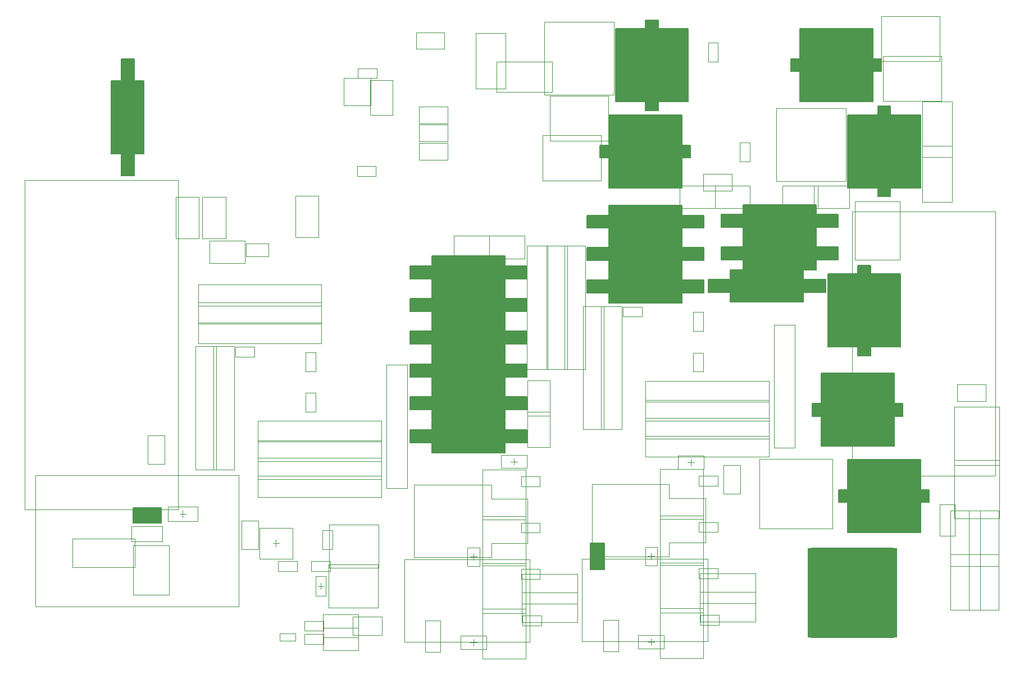
<source format=gbr>
%TF.GenerationSoftware,Altium Limited,Altium Designer,24.2.2 (26)*%
G04 Layer_Color=32768*
%FSLAX45Y45*%
%MOMM*%
%TF.SameCoordinates,B61E387C-C652-4A73-A4A4-6DD95E315EF5*%
%TF.FilePolarity,Positive*%
%TF.FileFunction,Other,Mechanical_15*%
%TF.Part,Single*%
G01*
G75*
%TA.AperFunction,NonConductor*%
%ADD119C,0.15240*%
%ADD122C,0.10000*%
%ADD190C,0.05000*%
G36*
X15529539Y11795250D02*
X15660350D01*
Y11604750D01*
X15529539D01*
Y11150090D01*
X14429720D01*
Y11604750D01*
X14298911D01*
Y11795250D01*
X14429720D01*
Y12249910D01*
X15529539D01*
Y11795250D01*
D02*
G37*
G36*
X12295250Y12249910D02*
X12749910D01*
Y11150090D01*
X12295250D01*
Y11019280D01*
X12104750D01*
Y11150090D01*
X11650090D01*
Y12249910D01*
X12104750D01*
Y12380720D01*
X12295250D01*
Y12249910D01*
D02*
G37*
G36*
X4396520Y11464910D02*
X4545110D01*
Y10365090D01*
X4396520D01*
Y10033480D01*
X4203480D01*
Y10365090D01*
X4054890D01*
Y11464910D01*
X4203480D01*
Y11796520D01*
X4396520D01*
Y11464910D01*
D02*
G37*
G36*
X12649910Y10495250D02*
X12780720D01*
Y10304750D01*
X12649910D01*
Y9850090D01*
X11550090D01*
Y10304750D01*
X11419280D01*
Y10495250D01*
X11550090D01*
Y10949910D01*
X12649910D01*
Y10495250D01*
D02*
G37*
G36*
X15795250Y10949910D02*
X16249910D01*
Y9850090D01*
X15795250D01*
Y9719280D01*
X15604750D01*
Y9850090D01*
X15150090D01*
Y10949910D01*
X15604750D01*
Y11080720D01*
X15795250D01*
Y10949910D01*
D02*
G37*
G36*
X14674910Y9446520D02*
X15006520D01*
Y9253480D01*
X14674910D01*
Y9104890D01*
Y8956520D01*
X15006520D01*
Y8763480D01*
X14674910D01*
Y8614890D01*
X14484911D01*
Y8466520D01*
X14816521D01*
Y8273480D01*
X14484911D01*
Y8124890D01*
X13385091D01*
Y8273480D01*
X13053481D01*
Y8466520D01*
X13385091D01*
Y8615110D01*
X13575090D01*
Y8763480D01*
X13243480D01*
Y8956520D01*
X13575090D01*
Y9104890D01*
Y9253480D01*
X13243480D01*
Y9446520D01*
X13575090D01*
Y9595110D01*
X14674910D01*
Y9446520D01*
D02*
G37*
G36*
X12654910Y9436520D02*
X12986520D01*
Y9243480D01*
X12654910D01*
Y9094890D01*
X12654910D01*
Y8946520D01*
X12986520D01*
Y8753480D01*
X12654910D01*
Y8604890D01*
Y8456520D01*
X12986520D01*
Y8263480D01*
X12654910D01*
Y8114890D01*
X11555090D01*
Y8263480D01*
X11223480D01*
Y8456520D01*
X11555090D01*
Y8604890D01*
Y8753480D01*
X11223480D01*
Y8946520D01*
X11555090D01*
Y9095110D01*
X11555090D01*
Y9243480D01*
X11223480D01*
Y9436520D01*
X11555090D01*
Y9585110D01*
X12654910D01*
Y9436520D01*
D02*
G37*
G36*
X9982931Y8670522D02*
X10314541D01*
Y8477482D01*
X9982931D01*
Y8328892D01*
X9982931D01*
Y8180522D01*
X10314541D01*
Y7987482D01*
X9982931D01*
Y7838892D01*
Y7690522D01*
X10314541D01*
Y7497482D01*
X9982931D01*
Y7348892D01*
X8883111D01*
Y7497482D01*
X8551501D01*
Y7690522D01*
X8883111D01*
Y7838892D01*
Y7987482D01*
X8551501D01*
Y8180522D01*
X8883111D01*
Y8329112D01*
X8883111D01*
Y8477482D01*
X8551501D01*
Y8670522D01*
X8883111D01*
Y8819112D01*
X9982931D01*
Y8670522D01*
D02*
G37*
G36*
X15495250Y8549910D02*
X15949910D01*
Y7450090D01*
X15495250D01*
Y7319280D01*
X15304750D01*
Y7450090D01*
X14850090D01*
Y8549910D01*
X15304750D01*
Y8680720D01*
X15495250D01*
Y8549910D01*
D02*
G37*
G36*
X9982931Y7190522D02*
X10314541D01*
Y6997482D01*
X9982931D01*
Y6848892D01*
Y6700522D01*
X10314541D01*
Y6507482D01*
X9982931D01*
Y6358892D01*
X8883111D01*
Y6507482D01*
X8551501D01*
Y6700522D01*
X8883111D01*
Y6848892D01*
Y6997482D01*
X8551501D01*
Y7190522D01*
X8883111D01*
Y7339112D01*
X9982931D01*
Y7190522D01*
D02*
G37*
G36*
X15849910Y6595250D02*
X15980721D01*
Y6404750D01*
X15849910D01*
Y5950090D01*
X14750090D01*
Y6404750D01*
X14619279D01*
Y6595250D01*
X14750090D01*
Y7049910D01*
X15849910D01*
Y6595250D01*
D02*
G37*
G36*
X9984910Y6196520D02*
X10316520D01*
Y6003480D01*
X9984910D01*
Y5854890D01*
X8885090D01*
Y6003480D01*
X8553480D01*
Y6196520D01*
X8885090D01*
Y6345110D01*
X9984910D01*
Y6196520D01*
D02*
G37*
G36*
X4807310Y4796970D02*
X4383130D01*
Y5023030D01*
X4807310D01*
Y4796970D01*
D02*
G37*
G36*
X16249910Y5295250D02*
X16380721D01*
Y5104750D01*
X16249910D01*
Y4650090D01*
X15150090D01*
Y5104750D01*
X15019279D01*
Y5295250D01*
X15150090D01*
Y5749910D01*
X16249910D01*
Y5295250D01*
D02*
G37*
G36*
X11485410Y4091880D02*
X11274590D01*
Y4488120D01*
X11485410D01*
Y4091880D01*
D02*
G37*
G36*
X15899640Y3063360D02*
X14548360D01*
Y4414640D01*
X15899640D01*
Y3063360D01*
D02*
G37*
D119*
X15150090Y5749910D02*
X16249910D01*
X15150090Y5295250D02*
Y5749910D01*
Y4650090D02*
Y5104750D01*
Y4650090D02*
X16249910D01*
Y5104750D01*
Y5295250D02*
Y5749910D01*
Y5295250D02*
X16380721D01*
X15019279D02*
X15150090D01*
X15019279Y5104750D02*
Y5295250D01*
Y5104750D02*
X15150090D01*
X16249910D02*
X16380721D01*
Y5295250D01*
X4396520Y11464910D02*
Y11796520D01*
Y11464910D02*
X4545110D01*
Y10365090D02*
Y11464910D01*
X4396520Y10365090D02*
X4545110D01*
X4396520Y10033480D02*
Y10365090D01*
X4203480Y11796520D02*
X4396520D01*
X4203480Y11464910D02*
Y11796520D01*
X4054890Y11464910D02*
X4203480D01*
X4054890Y10365090D02*
Y11464910D01*
Y10365090D02*
X4203480D01*
Y10033480D02*
Y10365090D01*
Y10033480D02*
X4396520D01*
X9984910Y6003480D02*
X10316520D01*
X9984910Y5854890D02*
Y6003480D01*
X8885090Y5854890D02*
X9984910D01*
X8885090D02*
Y6003480D01*
X8553480D02*
X8885090D01*
X10316520D02*
Y6196520D01*
X9984910D02*
X10316520D01*
X9984910D02*
Y6345110D01*
X8885090D02*
X9984910D01*
X8885090Y6196520D02*
Y6345110D01*
X8553480Y6196520D02*
X8885090D01*
X8553480Y6003480D02*
Y6196520D01*
X8551501Y7690522D02*
X8883111D01*
Y7839112D01*
X9982931D01*
Y7690522D02*
Y7839112D01*
Y7690522D02*
X10314541D01*
X8551501Y7497482D02*
Y7690522D01*
Y7497482D02*
X8883111D01*
Y7348892D02*
Y7497482D01*
Y7348892D02*
X9982931D01*
Y7497482D01*
X10314541D01*
Y7690522D01*
X8551501Y8180522D02*
X8883111D01*
Y8329112D01*
X9982931D01*
Y8180522D02*
Y8329112D01*
Y8180522D02*
X10314541D01*
X8551501Y7987482D02*
Y8180522D01*
Y7987482D02*
X8883111D01*
Y7838892D02*
Y7987482D01*
Y7838892D02*
X9982931D01*
Y7987482D01*
X10314541D01*
Y8180522D01*
X9982931Y6507482D02*
X10314541D01*
X9982931Y6358892D02*
Y6507482D01*
X8883111Y6358892D02*
X9982931D01*
X8883111D02*
Y6507482D01*
X8551501D02*
X8883111D01*
X10314541D02*
Y6700522D01*
X9982931D02*
X10314541D01*
X9982931D02*
Y6849112D01*
X8883111D02*
X9982931D01*
X8883111Y6700522D02*
Y6849112D01*
X8551501Y6700522D02*
X8883111D01*
X8551501Y6507482D02*
Y6700522D01*
X9982931Y6997482D02*
X10314541D01*
X9982931Y6848892D02*
Y6997482D01*
X8883111Y6848892D02*
X9982931D01*
X8883111D02*
Y6997482D01*
X8551501D02*
X8883111D01*
X10314541D02*
Y7190522D01*
X9982931D02*
X10314541D01*
X9982931D02*
Y7339112D01*
X8883111D02*
X9982931D01*
X8883111Y7190522D02*
Y7339112D01*
X8551501Y7190522D02*
X8883111D01*
X8551501Y6997482D02*
Y7190522D01*
X9982931Y8477482D02*
X10314541D01*
X9982931Y8328892D02*
Y8477482D01*
X8883111Y8328892D02*
X9982931D01*
X8883111D02*
Y8477482D01*
X8551501D02*
X8883111D01*
X10314541D02*
Y8670522D01*
X9982931D02*
X10314541D01*
X9982931D02*
Y8819112D01*
X8883111D02*
X9982931D01*
X8883111Y8670522D02*
Y8819112D01*
X8551501Y8670522D02*
X8883111D01*
X8551501Y8477482D02*
Y8670522D01*
X11274590Y4091880D02*
X11485410D01*
X11274590D02*
Y4488120D01*
X11485410D01*
Y4091880D02*
Y4488120D01*
X14601900Y3063360D02*
X15846100D01*
X14601900Y4414640D02*
X15846100D01*
X11223480Y8946520D02*
X11555090D01*
Y9095110D01*
X12654910D01*
Y8946520D02*
Y9095110D01*
Y8946520D02*
X12986520D01*
X11223480Y8753480D02*
Y8946520D01*
Y8753480D02*
X11555090D01*
Y8604890D02*
Y8753480D01*
Y8604890D02*
X12654910D01*
Y8753480D01*
X12986520D01*
Y8946520D01*
X14674910Y8763480D02*
X15006520D01*
X14674910Y8614890D02*
Y8763480D01*
X13575090Y8614890D02*
X14674910D01*
X13575090D02*
Y8763480D01*
X13243480D02*
X13575090D01*
X15006520D02*
Y8956520D01*
X14674910D02*
X15006520D01*
X14674910D02*
Y9105110D01*
X13575090D02*
X14674910D01*
X13575090Y8956520D02*
Y9105110D01*
X13243480Y8956520D02*
X13575090D01*
X13243480Y8763480D02*
Y8956520D01*
X12654910Y9243480D02*
X12986520D01*
X12654910Y9094890D02*
Y9243480D01*
X11555090Y9094890D02*
X12654910D01*
X11555090D02*
Y9243480D01*
X11223480D02*
X11555090D01*
X12986520D02*
Y9436520D01*
X12654910D02*
X12986520D01*
X12654910D02*
Y9585110D01*
X11555090D02*
X12654910D01*
X11555090Y9436520D02*
Y9585110D01*
X11223480Y9436520D02*
X11555090D01*
X11223480Y9243480D02*
Y9436520D01*
X14674910Y9253480D02*
X15006520D01*
X14674910Y9104890D02*
Y9253480D01*
X13575090Y9104890D02*
X14674910D01*
X13575090D02*
Y9253480D01*
X13243480D02*
X13575090D01*
X15006520D02*
Y9446520D01*
X14674910D02*
X15006520D01*
X14674910D02*
Y9595110D01*
X13575090D02*
X14674910D01*
X13575090Y9446520D02*
Y9595110D01*
X13243480Y9446520D02*
X13575090D01*
X13243480Y9253480D02*
Y9446520D01*
X11223480Y8456520D02*
X11555090D01*
Y8605110D01*
X12654910D01*
Y8456520D02*
Y8605110D01*
Y8456520D02*
X12986520D01*
X11223480Y8263480D02*
Y8456520D01*
Y8263480D02*
X11555090D01*
Y8114890D02*
Y8263480D01*
Y8114890D02*
X12654910D01*
Y8263480D01*
X12986520D01*
Y8456520D01*
X14484911Y8273480D02*
X14816521D01*
X14484911Y8124890D02*
Y8273480D01*
X13385091Y8124890D02*
X14484911D01*
X13385091D02*
Y8273480D01*
X13053481D02*
X13385091D01*
X14816521D02*
Y8466520D01*
X14484911D02*
X14816521D01*
X14484911D02*
Y8615110D01*
X13385091D02*
X14484911D01*
X13385091Y8466520D02*
Y8615110D01*
X13053481Y8466520D02*
X13385091D01*
X13053481Y8273480D02*
Y8466520D01*
X14750090Y7049910D02*
X15849910D01*
X14750090Y6595250D02*
Y7049910D01*
Y5950090D02*
Y6404750D01*
Y5950090D02*
X15849910D01*
Y6404750D01*
Y6595250D02*
Y7049910D01*
Y6595250D02*
X15980721D01*
X14619279D02*
X14750090D01*
X14619279Y6404750D02*
Y6595250D01*
Y6404750D02*
X14750090D01*
X15849910D02*
X15980721D01*
Y6595250D01*
X15949910Y7450090D02*
Y8549910D01*
X15495250D02*
X15949910D01*
X14850090D02*
X15304750D01*
X14850090Y7450090D02*
Y8549910D01*
Y7450090D02*
X15304750D01*
X15495250D02*
X15949910D01*
X15495250Y7319280D02*
Y7450090D01*
Y8549910D02*
Y8680720D01*
X15304750D02*
X15495250D01*
X15304750Y8549910D02*
Y8680720D01*
Y7319280D02*
Y7450090D01*
Y7319280D02*
X15495250D01*
X12749910Y11150090D02*
Y12249910D01*
X12295250D02*
X12749910D01*
X11650090D02*
X12104750D01*
X11650090Y11150090D02*
Y12249910D01*
Y11150090D02*
X12104750D01*
X12295250D02*
X12749910D01*
X12295250Y11019280D02*
Y11150090D01*
Y12249910D02*
Y12380720D01*
X12104750D02*
X12295250D01*
X12104750Y12249910D02*
Y12380720D01*
Y11019280D02*
Y11150090D01*
Y11019280D02*
X12295250D01*
X11419280Y10304750D02*
Y10495250D01*
X11550090D01*
X12649910D02*
X12780720D01*
Y10304750D02*
Y10495250D01*
X12649910Y10304750D02*
X12780720D01*
X11419280D02*
X11550090D01*
Y9850090D02*
Y10304750D01*
Y10495250D02*
Y10949910D01*
X12649910D01*
Y10495250D02*
Y10949910D01*
Y9850090D02*
Y10304750D01*
X11550090Y9850090D02*
X12649910D01*
X15604750Y9719280D02*
X15795250D01*
X15604750D02*
Y9850090D01*
Y10949910D02*
Y11080720D01*
X15795250D01*
Y10949910D02*
Y11080720D01*
Y9719280D02*
Y9850090D01*
X16249910D01*
X15150090D02*
X15604750D01*
X15150090D02*
Y10949910D01*
X15604750D01*
X15795250D02*
X16249910D01*
Y9850090D02*
Y10949910D01*
X14429720Y12249910D02*
X15529539D01*
X14429720Y11795250D02*
Y12249910D01*
Y11150090D02*
Y11604750D01*
Y11150090D02*
X15529539D01*
Y11604750D01*
Y11795250D02*
Y12249910D01*
Y11795250D02*
X15660350D01*
X14298911D02*
X14429720D01*
X14298911Y11604750D02*
Y11795250D01*
Y11604750D02*
X14429720D01*
X15529539D02*
X15660350D01*
Y11795250D01*
X4383130Y4796970D02*
Y5023030D01*
X4807310D01*
Y4796970D02*
Y5023030D01*
X4383130Y4796970D02*
X4807310D01*
D122*
X9857000Y11749000D02*
X10697000D01*
Y11299000D02*
Y11749000D01*
X9857000Y11299000D02*
X10697000D01*
X9857000D02*
Y11749000D01*
X16725999Y9639000D02*
Y10479000D01*
X16275999Y9639000D02*
X16725999D01*
X16275999D02*
Y10479000D01*
X16725999D01*
X17150000Y3477000D02*
Y4317000D01*
X16700000Y3477000D02*
X17150000D01*
X16700000D02*
Y4317000D01*
X17150000D01*
X17428000Y3479000D02*
Y4319000D01*
X16978000Y3479000D02*
X17428000D01*
X16978000D02*
Y4319000D01*
X17428000D01*
X11145500Y3006001D02*
Y4254001D01*
Y3006001D02*
X13038499D01*
Y4254001D01*
X11145500D02*
X13038499D01*
X8466714Y4245213D02*
X10359714D01*
Y2997213D02*
Y4245213D01*
X8466714Y2997213D02*
X10359714D01*
X8466714D02*
Y4245213D01*
X9748021Y9124002D02*
X10278021D01*
X9748021Y8784002D02*
Y9124002D01*
Y8784002D02*
X10278021D01*
Y9124002D01*
X10324002Y6411979D02*
Y6941979D01*
Y6411979D02*
X10664002D01*
Y6941979D01*
X10324002D02*
X10664002D01*
X10324002Y5936979D02*
Y6466979D01*
Y5936979D02*
X10664002D01*
Y6466979D01*
X10324002D02*
X10664002D01*
X9218021Y9124002D02*
X9748021D01*
X9218021Y8784002D02*
Y9124002D01*
Y8784002D02*
X9748021D01*
Y9124002D01*
X12975000Y4155001D02*
Y4905001D01*
X12325000D02*
X12975000D01*
X12325000Y4155001D02*
Y4905001D01*
Y4155001D02*
X12975000D01*
X12325000Y4855000D02*
X12975000D01*
X12325000D02*
Y5605000D01*
X12975000D01*
Y4855000D02*
Y5605000D01*
X12140000Y4290000D02*
X12240000D01*
X12190000Y4240000D02*
Y4340000D01*
X12975000Y2755001D02*
Y3505001D01*
X12325000D02*
X12975000D01*
X12325000Y2755001D02*
Y3505001D01*
Y2755001D02*
X12975000D01*
X12190000Y2950000D02*
Y3050000D01*
X12140000Y3000000D02*
X12240000D01*
X12325000Y3440000D02*
X12975000D01*
X12325000D02*
Y4190001D01*
X12975000D01*
Y3440000D02*
Y4190001D01*
X12920000Y3585000D02*
Y4035000D01*
Y3585000D02*
X13760001D01*
Y4035000D01*
X12920000D02*
X13760001D01*
X12920000Y3305000D02*
Y3755000D01*
Y3305000D02*
X13760001D01*
Y3755000D01*
X12920000D02*
X13760001D01*
X10241214Y3296212D02*
Y3746212D01*
Y3296212D02*
X11081214D01*
Y3746212D01*
X10241214D02*
X11081214D01*
X10241214Y3576212D02*
Y4026212D01*
Y3576212D02*
X11081214D01*
Y4026212D01*
X10241214D02*
X11081214D01*
X9511214Y2941212D02*
Y3041212D01*
X9461214Y2991212D02*
X9561214D01*
X9461214Y4281212D02*
X9561214D01*
X9511214Y4231213D02*
Y4331213D01*
X9646214Y4846213D02*
X10296214D01*
X9646214D02*
Y5596213D01*
X10296214D01*
Y4846213D02*
Y5596213D01*
Y2746213D02*
Y3496213D01*
X9646214D02*
X10296214D01*
X9646214Y2746213D02*
Y3496213D01*
Y2746213D02*
X10296214D01*
X9646214Y3431213D02*
X10296214D01*
X9646214D02*
Y4181213D01*
X10296214D01*
Y3431213D02*
Y4181213D01*
Y4146213D02*
Y4896213D01*
X9646214D02*
X10296214D01*
X9646214Y4146213D02*
Y4896213D01*
Y4146213D02*
X10296214D01*
X8075000Y3515000D02*
Y4165000D01*
X7325000Y3515000D02*
X8075000D01*
X7325000D02*
Y4165000D01*
X8075000D01*
X7335000Y4765000D02*
X8085000D01*
X7335000Y4115000D02*
Y4765000D01*
Y4115000D02*
X8085000D01*
Y4765000D01*
X2747000Y4993000D02*
Y9964000D01*
Y4993000D02*
X5057000D01*
Y9964000D01*
X2747000D02*
X5057000D01*
X13150000Y9880000D02*
X13680000D01*
X13150000Y9540000D02*
Y9880000D01*
Y9540000D02*
X13680000D01*
Y9880000D01*
X12620000D02*
X13150000D01*
X12620000Y9540000D02*
Y9880000D01*
Y9540000D02*
X13150000D01*
Y9880000D01*
X14645000Y9540000D02*
X15175000D01*
Y9880000D01*
X14645000D02*
X15175000D01*
X14645000Y9540000D02*
Y9880000D01*
X14170000Y9540000D02*
X14700000D01*
Y9880000D01*
X14170000D02*
X14700000D01*
X14170000Y9540000D02*
Y9880000D01*
X16760001Y4860000D02*
Y5740000D01*
X17439999D01*
Y4860000D02*
Y5740000D01*
X16760001Y4860000D02*
X17439999D01*
X16760001Y5664000D02*
Y6544000D01*
X17439999D01*
Y5664000D02*
Y6544000D01*
X16760001Y5664000D02*
X17439999D01*
X16980000Y4980000D02*
X17430000D01*
X16980000Y4140000D02*
Y4980000D01*
Y4140000D02*
X17430000D01*
Y4980000D01*
X16700000Y4977000D02*
X17150000D01*
X16700000Y4137000D02*
Y4977000D01*
Y4137000D02*
X17150000D01*
Y4977000D01*
X14925000Y4705000D02*
Y5755000D01*
X13825000D02*
X14925000D01*
X13825000Y4705000D02*
Y5755000D01*
Y4705000D02*
X14925000D01*
X5130000Y4880000D02*
Y4980000D01*
X5080000Y4930000D02*
X5180000D01*
X7245000Y3210000D02*
X7775000D01*
X7245000Y2870000D02*
Y3210000D01*
Y2870000D02*
X7775000D01*
Y3210000D01*
X7245000Y3070000D02*
X7775000D01*
Y3410000D01*
X7245000D02*
X7775000D01*
X7245000Y3070000D02*
Y3410000D01*
X7210000Y3792500D02*
Y3887500D01*
X7162500Y3840000D02*
X7257500D01*
X7687500Y3380000D02*
X8132500D01*
Y3100000D02*
Y3380000D01*
X7687500Y3100000D02*
X8132500D01*
X7687500D02*
Y3380000D01*
X6485000Y4485000D02*
X6585000D01*
X6535000Y4435000D02*
Y4535000D01*
X15260001Y8764000D02*
X15939999D01*
Y9644000D01*
X15260001D02*
X15939999D01*
X15260001Y8764000D02*
Y9644000D01*
X12740000Y5710000D02*
X12839999D01*
X12790000Y5660000D02*
Y5760000D01*
X10070000Y5720000D02*
X10170000D01*
X10120000Y5670000D02*
Y5770000D01*
X10575000Y11250000D02*
Y12350000D01*
X11625000D01*
Y11250000D02*
Y12350000D01*
X10575000Y11250000D02*
X11625000D01*
X9997000Y11348000D02*
Y12188000D01*
X9547000Y11348000D02*
X9997000D01*
X9547000D02*
Y12188000D01*
X9997000D01*
X11436000Y9960000D02*
Y10640000D01*
X10556000D02*
X11436000D01*
X10556000Y9960000D02*
Y10640000D01*
Y9960000D02*
X11436000D01*
X10664000Y10560000D02*
Y11240000D01*
Y10560000D02*
X11544000D01*
Y11240000D01*
X10664000D02*
X11544000D01*
X15125000Y9950000D02*
Y11050000D01*
X14075000Y9950000D02*
X15125000D01*
X14075000D02*
Y11050000D01*
X15125000D01*
X16725000Y10310000D02*
Y11150001D01*
X16275000Y10310000D02*
X16725000D01*
X16275000D02*
Y11150001D01*
X16725000D01*
X15683501Y11156000D02*
Y11836000D01*
Y11156000D02*
X16563499D01*
Y11836000D01*
X15683501D02*
X16563499D01*
X16540002Y11759983D02*
Y12439983D01*
X15660002D02*
X16540002D01*
X15660002Y11759983D02*
Y12439983D01*
Y11759983D02*
X16540002D01*
X5535000Y8710000D02*
Y9050000D01*
X6065000D01*
Y8710000D02*
Y9050000D01*
X5535000Y8710000D02*
X6065000D01*
X7950000Y10945000D02*
X8290000D01*
X7950000D02*
Y11475000D01*
X8290000D01*
Y10945000D02*
Y11475000D01*
X7560000Y11093700D02*
X7960000D01*
X7560000D02*
Y11506300D01*
X7960000D01*
Y11093700D02*
Y11506300D01*
D190*
X8694500Y10823500D02*
Y11076500D01*
Y10823500D02*
X9125500D01*
Y11076500D01*
X8694500D02*
X9125500D01*
X8694500Y10273500D02*
X9125500D01*
X8694500D02*
Y10526500D01*
X9125500D01*
Y10273500D02*
Y10526500D01*
X8694500Y10553500D02*
Y10806500D01*
Y10553500D02*
X9125500D01*
Y10806500D01*
X8694500D02*
X9125500D01*
X16804500Y6886500D02*
X17235500D01*
Y6633500D02*
Y6886500D01*
X16804500Y6633500D02*
X17235500D01*
X16804500D02*
Y6886500D01*
X13283501Y5234500D02*
X13536501D01*
Y5665500D01*
X13283501D02*
X13536501D01*
X13283501Y5234500D02*
Y5665500D01*
X4603500Y5684500D02*
Y6115500D01*
X4856500D01*
Y5684500D02*
Y6115500D01*
X4603500Y5684500D02*
X4856500D01*
X6013500Y4394500D02*
X6266500D01*
Y4825500D01*
X6013500D02*
X6266500D01*
X6013500Y4394500D02*
Y4825500D01*
X8644500Y11943500D02*
X9075500D01*
X8644500D02*
Y12196500D01*
X9075500D01*
Y11943500D02*
Y12196500D01*
X13405499Y9803500D02*
Y10056500D01*
X12974500D02*
X13405499D01*
X12974500Y9803500D02*
Y10056500D01*
Y9803500D02*
X13405499D01*
X11295000Y5376000D02*
X12458000D01*
Y5162001D02*
Y5376000D01*
Y5162001D02*
X13005000D01*
Y4498000D02*
Y5162001D01*
X12458000Y4498000D02*
X13005000D01*
X12458000Y4284001D02*
Y4498000D01*
X11295000Y4284001D02*
X12458000D01*
X11295000D02*
Y5376000D01*
X8616214Y5367213D02*
X9779214D01*
Y5153213D02*
Y5367213D01*
Y5153213D02*
X10326214D01*
Y4489213D02*
Y5153213D01*
X9779214Y4489213D02*
X10326214D01*
X9779214Y4275213D02*
Y4489213D01*
X8616214Y4275213D02*
X9779214D01*
X8616214D02*
Y5367213D01*
X4380000Y4451000D02*
X4920000D01*
X4380000Y3709000D02*
X4920000D01*
Y4451000D01*
X4380000Y3709000D02*
Y4451000D01*
X4359200Y4514200D02*
Y4745800D01*
X5973000Y3535000D02*
Y5515000D01*
X2907000D02*
X5973000D01*
X2907000Y3535000D02*
Y5515000D01*
Y3535000D02*
X5973000D01*
X5590521Y7459003D02*
X5905521D01*
X5590521Y5599003D02*
Y7459003D01*
Y5599003D02*
X5905521D01*
Y7459003D01*
X6263021Y5456502D02*
Y5771502D01*
Y5456502D02*
X8123021D01*
Y5771502D01*
X6263021D02*
X8123021D01*
X5360997Y7502500D02*
Y7817500D01*
Y7502500D02*
X7220997D01*
Y7817500D01*
X5360997D02*
X7220997D01*
X7220998Y7802500D02*
Y8117500D01*
X5360998D02*
X7220998D01*
X5360998Y7802500D02*
Y8117500D01*
Y7802500D02*
X7220998D01*
Y8072500D02*
Y8387501D01*
X5360998D02*
X7220998D01*
X5360998Y8072500D02*
Y8387501D01*
Y8072500D02*
X7220998D01*
X5320521Y7459003D02*
X5635521D01*
X5320521Y5599003D02*
Y7459003D01*
Y5599003D02*
X5635521D01*
Y7459003D01*
X8200521Y5319002D02*
X8515521D01*
Y7179002D01*
X8200521D02*
X8515521D01*
X8200521Y5319002D02*
Y7179002D01*
X8123021Y6016502D02*
Y6331502D01*
X6263021D02*
X8123021D01*
X6263021Y6016502D02*
Y6331502D01*
Y6016502D02*
X8123021D01*
X6263021Y5186502D02*
Y5501502D01*
Y5186502D02*
X8123021D01*
Y5501502D01*
X6263021D02*
X8123021D01*
X6263021Y5726502D02*
Y6041503D01*
Y5726502D02*
X8123021D01*
Y6041503D01*
X6263021D02*
X8123021D01*
X6984021Y7081502D02*
Y7366503D01*
X7132021Y7081502D02*
Y7366503D01*
X6984021D02*
X7132021D01*
X6984021Y7081502D02*
X7132021D01*
Y6471502D02*
Y6756503D01*
X6984021Y6471502D02*
Y6756503D01*
Y6471502D02*
X7132021D01*
X6984021Y6756503D02*
X7132021D01*
X5925521Y7448003D02*
X6210521D01*
X5925521Y7300002D02*
X6210521D01*
Y7448003D01*
X5925521Y7300002D02*
Y7448003D01*
X12105000Y6377500D02*
X13964999D01*
Y6062500D02*
Y6377500D01*
X12105000Y6062500D02*
X13964999D01*
X12105000D02*
Y6377500D01*
Y6107500D02*
X13964999D01*
Y5792500D02*
Y6107500D01*
X12105000Y5792500D02*
X13964999D01*
X12105000D02*
Y6107500D01*
X11465500Y2854000D02*
X11694500D01*
Y3326000D01*
X11465500D02*
X11694500D01*
X11465500Y2854000D02*
Y3326000D01*
X12907500Y5504000D02*
X13192500D01*
X12907500Y5356000D02*
X13192500D01*
Y5504000D01*
X12907500Y5356000D02*
Y5504000D01*
Y4804001D02*
X13192500D01*
X12907500Y4656000D02*
X13192500D01*
Y4804001D01*
X12907500Y4656000D02*
Y4804001D01*
Y4104001D02*
X13192500D01*
X12907500Y3956000D02*
X13192500D01*
Y4104001D01*
X12907500Y3956000D02*
Y4104001D01*
X12280000Y4150000D02*
Y4430000D01*
X12100000Y4150000D02*
Y4430000D01*
X12280000D01*
X12100000Y4150000D02*
X12280000D01*
X11995000Y2900000D02*
X12385000D01*
X11995000Y3100000D02*
X12385000D01*
Y2900000D02*
Y3100000D01*
X11995000Y2900000D02*
Y3100000D01*
X12930400Y3256001D02*
X13215401D01*
X12930400Y3404001D02*
X13215401D01*
X12930400Y3256001D02*
Y3404001D01*
X13215401Y3256001D02*
Y3404001D01*
X8786714Y2845212D02*
X9015714D01*
Y3317212D01*
X8786714D02*
X9015714D01*
X8786714Y2845212D02*
Y3317212D01*
X9316214Y2891212D02*
X9706214D01*
X9316214Y3091212D02*
X9706214D01*
Y2891212D02*
Y3091212D01*
X9316214Y2891212D02*
Y3091212D01*
X9601214Y4141212D02*
Y4421212D01*
X9421214Y4141212D02*
Y4421212D01*
X9601214D01*
X9421214Y4141212D02*
X9601214D01*
X11162500Y8065000D02*
X11477500D01*
X11162500Y6205000D02*
Y8065000D01*
Y6205000D02*
X11477500D01*
Y8065000D01*
X13964999Y6622500D02*
Y6937500D01*
X12105000D02*
X13964999D01*
X12105000Y6622500D02*
Y6937500D01*
Y6622500D02*
X13964999D01*
X14042500Y5925000D02*
X14357500D01*
Y7785000D01*
X14042500D02*
X14357500D01*
X14042500Y5925000D02*
Y7785000D01*
X11432500Y8065000D02*
X11747500D01*
X11432500Y6205000D02*
Y8065000D01*
Y6205000D02*
X11747500D01*
Y8065000D01*
X10612500Y7115000D02*
X10927500D01*
Y8975000D01*
X10612500D02*
X10927500D01*
X10612500Y7115000D02*
Y8975000D01*
X10882500Y7115000D02*
X11197500D01*
Y8975000D01*
X10882500D02*
X11197500D01*
X10882500Y7115000D02*
Y8975000D01*
X10312500Y8975000D02*
X10627500D01*
X10312500Y7115000D02*
Y8975000D01*
Y7115000D02*
X10627500D01*
Y8975000D01*
X12105000Y6332500D02*
Y6647500D01*
Y6332500D02*
X13964999D01*
Y6647500D01*
X12105000D02*
X13964999D01*
X11767500Y8054000D02*
X12052500D01*
X11767500Y7906000D02*
X12052500D01*
Y8054000D01*
X11767500Y7906000D02*
Y8054000D01*
X12974001Y7077500D02*
Y7362500D01*
X12825999Y7077500D02*
Y7362500D01*
Y7077500D02*
X12974001D01*
X12825999Y7362500D02*
X12974001D01*
X12825999Y7687500D02*
Y7972500D01*
X12974001Y7687500D02*
Y7972500D01*
X12825999D02*
X12974001D01*
X12825999Y7687500D02*
X12974001D01*
X15220000Y5505000D02*
X17380000D01*
X15220000D02*
Y9495000D01*
X17380000D01*
Y5505000D02*
Y9495000D01*
X16540500Y5073500D02*
X16769501D01*
X16540500Y4601500D02*
Y5073500D01*
Y4601500D02*
X16769501D01*
Y5073500D01*
X4905000Y4820000D02*
X5355000D01*
X4905000Y5040000D02*
X5355000D01*
Y4820000D02*
Y5040000D01*
X4905000Y4820000D02*
Y5040000D01*
X7067500Y4066000D02*
X7352500D01*
X7067500Y4214000D02*
X7352500D01*
X7067500Y4066000D02*
Y4214000D01*
X7352500Y4066000D02*
Y4214000D01*
X6592500Y3125000D02*
X6827500D01*
Y3015000D02*
Y3125000D01*
X6592500Y3015000D02*
X6827500D01*
X6592500D02*
Y3125000D01*
X6567500Y4066000D02*
Y4214000D01*
X6852500Y4066000D02*
Y4214000D01*
X6567500Y4066000D02*
X6852500D01*
X6567500Y4214000D02*
X6852500D01*
X7135000Y3985000D02*
X7285000D01*
X7135000Y3695000D02*
X7285000D01*
Y3985000D01*
X7135000Y3695000D02*
Y3985000D01*
X7252500Y3166000D02*
Y3314000D01*
X6967500Y3166000D02*
Y3314000D01*
X7252500D01*
X6967500Y3166000D02*
X7252500D01*
Y2966000D02*
Y3114000D01*
X6967500Y2966000D02*
Y3114000D01*
X7252500D01*
X6967500Y2966000D02*
X7252500D01*
X7236000Y4682500D02*
X7384000D01*
X7236000Y4397500D02*
X7384000D01*
X7236000D02*
Y4682500D01*
X7384000Y4397500D02*
Y4682500D01*
X6285000Y4720000D02*
X6785000D01*
X6285000Y4250000D02*
Y4720000D01*
Y4250000D02*
X6785000D01*
Y4720000D01*
X12595000Y5610000D02*
Y5810000D01*
X12985001Y5610000D02*
Y5810000D01*
X12595000D02*
X12985001D01*
X12595000Y5610000D02*
X12985001D01*
X10536614Y3247213D02*
Y3395213D01*
X10251614Y3247213D02*
Y3395213D01*
X10536614D01*
X10251614Y3247213D02*
X10536614D01*
X10228714Y3947213D02*
Y4095213D01*
X10513714Y3947213D02*
Y4095213D01*
X10228714Y3947213D02*
X10513714D01*
X10228714Y4095213D02*
X10513714D01*
X10228714Y4647213D02*
Y4795213D01*
X10513714Y4647213D02*
Y4795213D01*
X10228714Y4647213D02*
X10513714D01*
X10228714Y4795213D02*
X10513714D01*
X10228714Y5347213D02*
Y5495213D01*
X10513714Y5347213D02*
Y5495213D01*
X10228714Y5347213D02*
X10513714D01*
X10228714Y5495213D02*
X10513714D01*
X9925000Y5620000D02*
Y5820000D01*
X10315000Y5620000D02*
Y5820000D01*
X9925000D02*
X10315000D01*
X9925000Y5620000D02*
X10315000D01*
X13674001Y10247500D02*
Y10532500D01*
X13525999Y10247500D02*
Y10532500D01*
Y10247500D02*
X13674001D01*
X13525999Y10532500D02*
X13674001D01*
X13047980Y11753498D02*
Y12038498D01*
X13195979Y11753498D02*
Y12038498D01*
X13047980D02*
X13195979D01*
X13047980Y11753498D02*
X13195979D01*
X5375000Y9086500D02*
Y9713501D01*
X5025000Y9086500D02*
X5375000D01*
X5025000D02*
Y9713501D01*
X5375000D01*
X5425000Y9086500D02*
Y9713501D01*
X5775000D01*
Y9086500D02*
Y9713501D01*
X5425000Y9086500D02*
X5775000D01*
X8052500Y11506000D02*
Y11654000D01*
X7767500Y11506000D02*
Y11654000D01*
X8052500D01*
X7767500Y11506000D02*
X8052500D01*
X6079200Y9008300D02*
X6420800D01*
X6079200Y8811700D02*
X6420800D01*
Y9008300D01*
X6079200Y8811700D02*
Y9008300D01*
X8042500Y10026000D02*
Y10174000D01*
X7757500Y10026000D02*
Y10174000D01*
X8042500D01*
X7757500Y10026000D02*
X8042500D01*
X6827500Y9102500D02*
Y9729500D01*
X7177500D01*
Y9102500D02*
Y9729500D01*
X6827500Y9102500D02*
X7177500D01*
X3470000Y4560000D02*
X4410000D01*
Y4120000D02*
Y4560000D01*
X3470000Y4120000D02*
X4410000D01*
X3470000D02*
Y4560000D01*
X4359200Y4514200D02*
X4820800D01*
X4359200Y4745800D02*
X4820800D01*
X4359200Y4514200D02*
Y4745800D01*
X4820800Y4514200D02*
Y4745800D01*
%TF.MD5,8ff331194715d1b6ce5cb389f4535a9f*%
M02*

</source>
